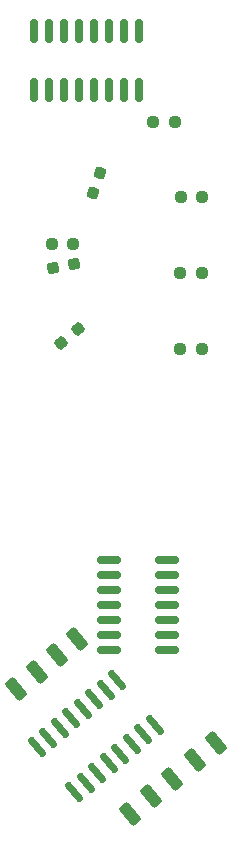
<source format=gbr>
G04 #@! TF.GenerationSoftware,KiCad,Pcbnew,8.0.3*
G04 #@! TF.CreationDate,2025-02-16T14:45:01-05:00*
G04 #@! TF.ProjectId,MEAP_Rev4c,4d454150-5f52-4657-9634-632e6b696361,rev?*
G04 #@! TF.SameCoordinates,Original*
G04 #@! TF.FileFunction,Paste,Bot*
G04 #@! TF.FilePolarity,Positive*
%FSLAX46Y46*%
G04 Gerber Fmt 4.6, Leading zero omitted, Abs format (unit mm)*
G04 Created by KiCad (PCBNEW 8.0.3) date 2025-02-16 14:45:01*
%MOMM*%
%LPD*%
G01*
G04 APERTURE LIST*
G04 Aperture macros list*
%AMRoundRect*
0 Rectangle with rounded corners*
0 $1 Rounding radius*
0 $2 $3 $4 $5 $6 $7 $8 $9 X,Y pos of 4 corners*
0 Add a 4 corners polygon primitive as box body*
4,1,4,$2,$3,$4,$5,$6,$7,$8,$9,$2,$3,0*
0 Add four circle primitives for the rounded corners*
1,1,$1+$1,$2,$3*
1,1,$1+$1,$4,$5*
1,1,$1+$1,$6,$7*
1,1,$1+$1,$8,$9*
0 Add four rect primitives between the rounded corners*
20,1,$1+$1,$2,$3,$4,$5,0*
20,1,$1+$1,$4,$5,$6,$7,0*
20,1,$1+$1,$6,$7,$8,$9,0*
20,1,$1+$1,$8,$9,$2,$3,0*%
G04 Aperture macros list end*
%ADD10RoundRect,0.250000X0.290580X-0.735230X0.673602X-0.413836X-0.290580X0.735230X-0.673602X0.413836X0*%
%ADD11RoundRect,0.250000X-0.290580X0.735230X-0.673602X0.413836X0.290580X-0.735230X0.673602X-0.413836X0*%
%ADD12RoundRect,0.237500X-0.250000X-0.237500X0.250000X-0.237500X0.250000X0.237500X-0.250000X0.237500X0*%
%ADD13RoundRect,0.150000X-0.825000X-0.150000X0.825000X-0.150000X0.825000X0.150000X-0.825000X0.150000X0*%
%ADD14RoundRect,0.237500X0.250000X0.237500X-0.250000X0.237500X-0.250000X-0.237500X0.250000X-0.237500X0*%
%ADD15RoundRect,0.237500X0.204960X0.277304X-0.287443X0.190480X-0.204960X-0.277304X0.287443X-0.190480X0*%
%ADD16RoundRect,0.237500X0.038849X0.342632X-0.344173X0.021239X-0.038849X-0.342632X0.344173X-0.021239X0*%
%ADD17RoundRect,0.150000X-0.150000X0.825000X-0.150000X-0.825000X0.150000X-0.825000X0.150000X0.825000X0*%
%ADD18RoundRect,0.150000X0.645206X-0.535569X-0.415393X0.728405X-0.645206X0.535569X0.415393X-0.728405X0*%
%ADD19RoundRect,0.237500X0.137672X-0.316153X0.308682X0.153693X-0.137672X0.316153X-0.308682X-0.153693X0*%
G04 APERTURE END LIST*
D10*
X52974795Y-95764212D03*
X44890000Y-83920000D03*
D11*
X54947493Y-94148085D03*
D12*
X51377502Y-40170001D03*
X53202498Y-40169999D03*
D11*
X51174592Y-97274764D03*
D13*
X47630003Y-84860000D03*
X47630002Y-83590000D03*
X47630000Y-82320000D03*
X47630003Y-81050000D03*
X47630000Y-79780003D03*
X47630001Y-78509997D03*
X47630003Y-77240000D03*
X52580003Y-77240000D03*
X52580004Y-78510000D03*
X52580006Y-79780000D03*
X52580003Y-81050000D03*
X52580006Y-82319997D03*
X52580005Y-83590003D03*
X52580003Y-84860000D03*
D14*
X44604998Y-50500000D03*
X42780000Y-50500000D03*
D11*
X56709660Y-92747777D03*
D15*
X44670000Y-52180000D03*
X42872728Y-52496908D03*
D12*
X53690000Y-46540000D03*
X55514996Y-46539998D03*
D10*
X39799501Y-88152273D03*
D16*
X44980000Y-57730000D03*
X43581970Y-58903088D03*
D12*
X53685004Y-52940002D03*
X55510000Y-52940000D03*
D11*
X49382047Y-98778886D03*
D17*
X41250000Y-32484999D03*
X42519999Y-32485000D03*
X43790000Y-32485003D03*
X45059997Y-32484997D03*
X46330001Y-32484999D03*
X47600001Y-32485000D03*
X48870000Y-32484999D03*
X50139999Y-32485000D03*
X50140000Y-37435001D03*
X48870001Y-37435000D03*
X47600000Y-37434997D03*
X46330003Y-37435003D03*
X45059999Y-37435001D03*
X43789999Y-37435000D03*
X42520000Y-37435001D03*
X41250001Y-37435000D03*
D12*
X53685004Y-59350002D03*
X55510000Y-59350000D03*
D11*
X41556474Y-86730215D03*
D18*
X51521444Y-91200762D03*
X50548570Y-92017103D03*
X49575694Y-92833442D03*
X48602816Y-93649784D03*
X47629940Y-94466125D03*
X46657063Y-95282463D03*
X45684187Y-96098804D03*
X44711311Y-96915144D03*
X41529514Y-93123224D03*
X42502388Y-92306883D03*
X43475264Y-91490544D03*
X44448142Y-90674202D03*
X45421018Y-89857861D03*
X46393895Y-89041523D03*
X47366771Y-88225182D03*
X48339647Y-87408842D03*
D11*
X43211129Y-85341793D03*
D19*
X46245812Y-46194936D03*
X46870000Y-44480000D03*
M02*

</source>
